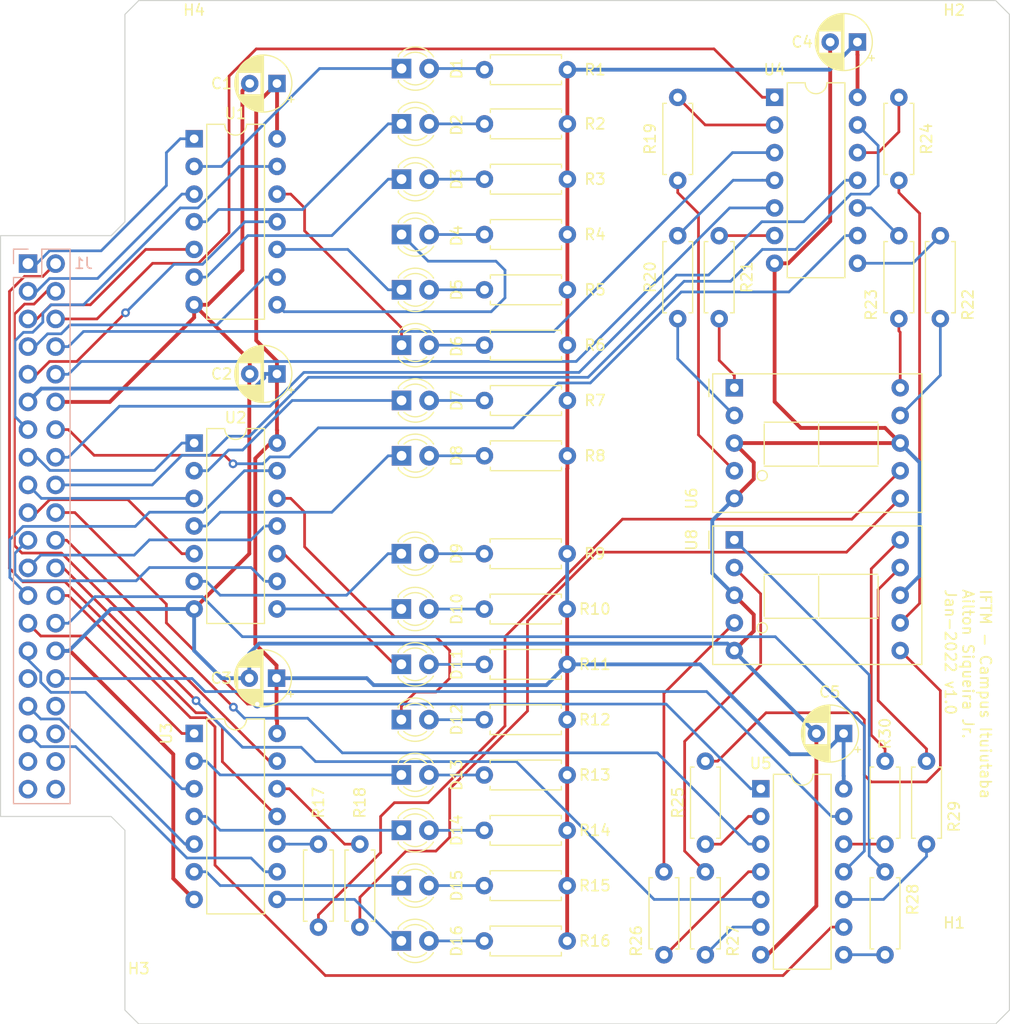
<source format=kicad_pcb>
(kicad_pcb (version 20211014) (generator pcbnew)
  (title_block (title "FPGA Led Output Board") (date "2022-01-26") (rev "1") (company "IFTM - Campus Ituiutaba") (comment 1 "Placa para conexão com o FPGA DE0-Nano.") (comment 2 "Saída em LEDs e display de 7 segmentos."))
  (layers (0 "F.Cu" signal) (31 "B.Cu" signal) (34 "B.Paste" user) (35 "F.Paste" user) (36 "B.SilkS" user "B.Silkscreen") (37 "F.SilkS" user "F.Silkscreen") (38 "B.Mask" user) (39 "F.Mask" user) (44 "Edge.Cuts" user))
  (net 0 "")
  (net 1 "Net-(D1-Pad1)")
  (net 2 "Net-(D1-Pad2)")
  (net 3 "Net-(D2-Pad1)")
  (net 4 "Net-(D2-Pad2)")
  (net 5 "Net-(D3-Pad1)")
  (net 6 "Net-(D3-Pad2)")
  (net 7 "Net-(D4-Pad1)")
  (net 8 "Net-(D4-Pad2)")
  (net 9 "Net-(D5-Pad1)")
  (net 10 "Net-(D5-Pad2)")
  (net 11 "Net-(D6-Pad1)")
  (net 12 "Net-(D6-Pad2)")
  (net 13 "Net-(D7-Pad1)")
  (net 14 "Net-(D7-Pad2)")
  (net 15 "Net-(D8-Pad1)")
  (net 16 "Net-(D8-Pad2)")
  (net 17 "Net-(D9-Pad1)")
  (net 18 "Net-(D9-Pad2)")
  (net 19 "Net-(D10-Pad1)")
  (net 20 "Net-(D10-Pad2)")
  (net 21 "Net-(D11-Pad1)")
  (net 22 "Net-(D11-Pad2)")
  (net 23 "Net-(D12-Pad1)")
  (net 24 "Net-(D12-Pad2)")
  (net 25 "Net-(D13-Pad1)")
  (net 26 "Net-(D13-Pad2)")
  (net 27 "Net-(D14-Pad1)")
  (net 28 "Net-(D14-Pad2)")
  (net 29 "Net-(D15-Pad1)")
  (net 30 "Net-(D15-Pad2)")
  (net 31 "Net-(D16-Pad1)")
  (net 32 "Net-(D16-Pad2)")
  (net 33 "/LEDBAR_A1")
  (net 34 "/C1")
  (net 35 "/LEDBAR_A2")
  (net 36 "/C2")
  (net 37 "/LEDBAR_A3")
  (net 38 "/C3")
  (net 39 "/LEDBAR_A4")
  (net 40 "/C4")
  (net 41 "/LEDBAR_A5")
  (net 42 "/C5")
  (net 43 "+5V")
  (net 44 "GND")
  (net 45 "/LEDBAR_A6")
  (net 46 "/C6")
  (net 47 "/LEDBAR_A7")
  (net 48 "/C7")
  (net 49 "/LEDBAR_A8")
  (net 50 "/D1")
  (net 51 "/LEDBAR_B1")
  (net 52 "/D2")
  (net 53 "/LEDBAR_B2")
  (net 54 "/D3")
  (net 55 "/LEDBAR_B3")
  (net 56 "/D4")
  (net 57 "/LEDBAR_B4")
  (net 58 "/D5")
  (net 59 "/LEDBAR_B5")
  (net 60 "/D6")
  (net 61 "/LEDBAR_B6")
  (net 62 "+3V3")
  (net 63 "/D7")
  (net 64 "/LEDBAR_B7")
  (net 66 "/LEDBAR_B8")
  (net 72 "Net-(R17-Pad1)")
  (net 73 "Net-(R17-Pad2)")
  (net 74 "Net-(R18-Pad1)")
  (net 75 "Net-(R18-Pad2)")
  (net 76 "Net-(R19-Pad1)")
  (net 77 "Net-(R19-Pad2)")
  (net 78 "Net-(R20-Pad1)")
  (net 79 "Net-(R20-Pad2)")
  (net 80 "Net-(R21-Pad1)")
  (net 81 "Net-(R21-Pad2)")
  (net 82 "Net-(R22-Pad1)")
  (net 83 "Net-(R22-Pad2)")
  (net 84 "Net-(R23-Pad1)")
  (net 85 "Net-(R23-Pad2)")
  (net 86 "Net-(R24-Pad1)")
  (net 87 "Net-(R24-Pad2)")
  (net 88 "Net-(R25-Pad1)")
  (net 89 "Net-(R25-Pad2)")
  (net 90 "Net-(R26-Pad1)")
  (net 91 "Net-(R26-Pad2)")
  (net 92 "Net-(R27-Pad1)")
  (net 93 "Net-(R27-Pad2)")
  (net 94 "Net-(R28-Pad1)")
  (net 95 "Net-(R28-Pad2)")
  (net 96 "Net-(R29-Pad1)")
  (net 97 "Net-(R29-Pad2)")
  (net 98 "Net-(R30-Pad1)")
  (net 99 "Net-(R30-Pad2)")
  (footprint "Resistor_THT:R_Axial_DIN0207_L6.3mm_D2.5mm_P7.62mm_Horizontal" (layer "F.Cu") (at 124.46 88.9)
    (fp_text reference "R9")
    (fp_text value "120")
  )
  (footprint "MountingHole:MountingHole_3.2mm_M3" (layer "F.Cu") (at 97.79 127)
    (fp_text reference "H3")
    (fp_text value "MountingHole")
  )
  (footprint "Resistor_THT:R_Axial_DIN0207_L6.3mm_D2.5mm_P7.62mm_Horizontal" (layer "F.Cu") (at 124.4794 59.5855)
    (fp_text reference "R4")
    (fp_text value "120")
  )
  (footprint "LED_THT:LED_D3.0mm" (layer "F.Cu") (at 116.84 109.215)
    (fp_text reference "D13")
    (fp_text value "LED")
  )
  (footprint "LED_THT:LED_D3.0mm" (layer "F.Cu") (at 116.8594 59.5855)
    (fp_text reference "D4")
    (fp_text value "LED")
  )
  (footprint "Resistor_THT:R_Axial_DIN0207_L6.3mm_D2.5mm_P7.62mm_Horizontal" (layer "F.Cu") (at 142.24 46.995 -90)
    (fp_text reference "R19")
    (fp_text value "120")
  )
  (footprint "Capacitor_THT:CP_Radial_D5.0mm_P2.50mm" (layer "F.Cu") (at 105.37 100.33 180)
    (fp_text reference "C3")
    (fp_text value "10uF")
  )
  (footprint "Package_DIP:DIP-14_W7.62mm" (layer "F.Cu") (at 97.8 50.795)
    (fp_text reference "U1")
    (fp_text value "74AHC04")
  )
  (footprint "MountingHole:MountingHole_3.2mm_M3" (layer "F.Cu") (at 167.64 127)
    (fp_text reference "H1")
    (fp_text value "MountingHole")
  )
  (footprint "Resistor_THT:R_Axial_DIN0207_L6.3mm_D2.5mm_P7.62mm_Horizontal" (layer "F.Cu") (at 113.03 115.57 -90)
    (fp_text reference "R18")
    (fp_text value "120")
  )
  (footprint "LED_THT:LED_D3.0mm" (layer "F.Cu") (at 116.8594 64.6655)
    (fp_text reference "D5")
    (fp_text value "LED")
  )
  (footprint "LED_THT:LED_D3.0mm" (layer "F.Cu") (at 116.84 93.975)
    (fp_text reference "D10")
    (fp_text value "LED")
  )
  (footprint "Resistor_THT:R_Axial_DIN0207_L6.3mm_D2.5mm_P7.62mm_Horizontal" (layer "F.Cu") (at 124.46 124.46)
    (fp_text reference "R16")
    (fp_text value "120")
  )
  (footprint "LED_THT:LED_D3.0mm" (layer "F.Cu") (at 116.84 104.135)
    (fp_text reference "D12")
    (fp_text value "LED")
  )
  (footprint "Resistor_THT:R_Axial_DIN0207_L6.3mm_D2.5mm_P7.62mm_Horizontal" (layer "F.Cu") (at 124.4794 74.8255)
    (fp_text reference "R7")
    (fp_text value "120")
  )
  (footprint "Capacitor_THT:CP_Radial_D5.0mm_P2.50mm" (layer "F.Cu") (at 158.75 41.91 180)
    (fp_text reference "C4")
    (fp_text value "10uF")
  )
  (footprint "MountingHole:MountingHole_3.2mm_M3" (layer "F.Cu") (at 97.79 43.18)
    (fp_text reference "H4")
    (fp_text value "MountingHole")
  )
  (footprint "Resistor_THT:R_Axial_DIN0207_L6.3mm_D2.5mm_P7.62mm_Horizontal" (layer "F.Cu") (at 166.37 59.695 -90)
    (fp_text reference "R22")
    (fp_text value "120")
  )
  (footprint "LED_THT:LED_D3.0mm" (layer "F.Cu") (at 116.8594 69.7455)
    (fp_text reference "D6")
    (fp_text value "LED")
  )
  (footprint "LED_THT:LED_D3.0mm" (layer "F.Cu") (at 116.84 99.055)
    (fp_text reference "D11")
    (fp_text value "LED")
  )
  (footprint "Resistor_THT:R_Axial_DIN0207_L6.3mm_D2.5mm_P7.62mm_Horizontal" (layer "F.Cu") (at 144.78 125.73 90)
    (fp_text reference "R27")
    (fp_text value "120")
  )
  (footprint "Resistor_THT:R_Axial_DIN0207_L6.3mm_D2.5mm_P7.62mm_Horizontal" (layer "F.Cu") (at 161.29 115.57 90)
    (fp_text reference "R30")
    (fp_text value "120")
  )
  (footprint "Display_7Segment:D1X8K" (layer "F.Cu") (at 147.4425 87.63)
    (fp_text reference "U8")
    (fp_text value "D148K")
  )
  (footprint "Resistor_THT:R_Axial_DIN0207_L6.3mm_D2.5mm_P7.62mm_Horizontal" (layer "F.Cu") (at 165.1 115.57 90)
    (fp_text reference "R29")
    (fp_text value "120")
  )
  (footprint "Resistor_THT:R_Axial_DIN0207_L6.3mm_D2.5mm_P7.62mm_Horizontal" (layer "F.Cu") (at 142.24 59.695 -90)
    (fp_text reference "R20")
    (fp_text value "120")
  )
  (footprint "Resistor_THT:R_Axial_DIN0207_L6.3mm_D2.5mm_P7.62mm_Horizontal" (layer "F.Cu") (at 124.4794 54.5055)
    (fp_text reference "R3")
    (fp_text value "120")
  )
  (footprint "LED_THT:LED_D3.0mm" (layer "F.Cu") (at 116.8594 79.9055)
    (fp_text reference "D8")
    (fp_text value "LED")
  )
  (footprint "Capacitor_THT:CP_Radial_D5.0mm_P2.50mm" (layer "F.Cu") (at 157.48 105.41 180)
    (fp_text reference "C5")
    (fp_text value "10uF")
  )
  (footprint "Capacitor_THT:CP_Radial_D5.0mm_P2.50mm" (layer "F.Cu") (at 105.41 72.39 180)
    (fp_text reference "C2")
    (fp_text value "10uF")
  )
  (footprint "Resistor_THT:R_Axial_DIN0207_L6.3mm_D2.5mm_P7.62mm_Horizontal" (layer "F.Cu") (at 144.78 115.57 90)
    (fp_text reference "R25")
    (fp_text value "120")
  )
  (footprint "LED_THT:LED_D3.0mm" (layer "F.Cu") (at 116.8594 74.8255)
    (fp_text reference "D7")
    (fp_text value "LED")
  )
  (footprint "Package_DIP:DIP-14_W7.62mm" (layer "F.Cu") (at 97.8 105.405)
    (fp_text reference "U3")
    (fp_text value "74AHC04")
  )
  (footprint "Resistor_THT:R_Axial_DIN0207_L6.3mm_D2.5mm_P7.62mm_Horizontal" (layer "F.Cu") (at 124.4794 69.7455)
    (fp_text reference "R6")
    (fp_text value "120")
  )
  (footprint "Resistor_THT:R_Axial_DIN0207_L6.3mm_D2.5mm_P7.62mm_Horizontal" (layer "F.Cu") (at 124.4794 44.45)
    (fp_text reference "R1")
    (fp_text value "120")
  )
  (footprint "Resistor_THT:R_Axial_DIN0207_L6.3mm_D2.5mm_P7.62mm_Horizontal" (layer "F.Cu") (at 146.05 59.695 -90)
    (fp_text reference "R21")
    (fp_text value "120")
  )
  (footprint "Resistor_THT:R_Axial_DIN0207_L6.3mm_D2.5mm_P7.62mm_Horizontal" (layer "F.Cu") (at 124.46 104.14)
    (fp_text reference "R12")
    (fp_text value "120")
  )
  (footprint "LED_THT:LED_D3.0mm" (layer "F.Cu") (at 116.8594 44.3455)
    (fp_text reference "D1")
    (fp_text value "LED")
  )
  (footprint "LED_THT:LED_D3.0mm" (layer "F.Cu") (at 116.8594 49.4255)
    (fp_text reference "D2")
    (fp_text value "LED")
  )
  (footprint "LED_THT:LED_D3.0mm" (layer "F.Cu") (at 116.84 124.455)
    (fp_text reference "D16")
    (fp_text value "LED")
  )
  (footprint "Capacitor_THT:CP_Radial_D5.0mm_P2.50mm" (layer "F.Cu") (at 105.41 45.72 180)
    (fp_text reference "C1")
    (fp_text value "10uF")
  )
  (footprint "LED_THT:LED_D3.0mm" (layer "F.Cu") (at 116.84 88.9)
    (fp_text reference "D9")
    (fp_text value "LED")
  )
  (footprint "Resistor_THT:R_Axial_DIN0207_L6.3mm_D2.5mm_P7.62mm_Horizontal" (layer "F.Cu") (at 109.22 115.57 -90)
    (fp_text reference "R17")
    (fp_text value "120")
  )
  (footprint "Resistor_THT:R_Axial_DIN0207_L6.3mm_D2.5mm_P7.62mm_Horizontal" (layer "F.Cu") (at 124.4794 64.6655)
    (fp_text reference "R5")
    (fp_text value "120")
  )
  (footprint "Package_DIP:DIP-14_W7.62mm" (layer "F.Cu") (at 97.8 78.735)
    (fp_text reference "U2")
    (fp_text value "74AHC04")
  )
  (footprint "LED_THT:LED_D3.0mm" (layer "F.Cu") (at 116.8594 54.5055)
    (fp_text reference "D3")
    (fp_text value "LED")
  )
  (footprint "Resistor_THT:R_Axial_DIN0207_L6.3mm_D2.5mm_P7.62mm_Horizontal" (layer "F.Cu") (at 124.4794 79.9055)
    (fp_text reference "R8")
    (fp_text value "120")
  )
  (footprint "Resistor_THT:R_Axial_DIN0207_L6.3mm_D2.5mm_P7.62mm_Horizontal" (layer "F.Cu") (at 140.97 125.73 90)
    (fp_text reference "R26")
    (fp_text value "120")
  )
  (footprint "Display_7Segment:D1X8K" (layer "F.Cu") (at 147.4425 73.66)
    (fp_text reference "U6")
    (fp_text value "D148K")
  )
  (footprint "Resistor_THT:R_Axial_DIN0207_L6.3mm_D2.5mm_P7.62mm_Horizontal" (layer "F.Cu") (at 161.29 125.73 90)
    (fp_text reference "R28")
    (fp_text value "120")
  )
  (footprint "Package_DIP:DIP-14_W7.62mm" (layer "F.Cu") (at 151.14 46.985)
    (fp_text reference "U4")
    (fp_text value "74AHC04")
  )
  (footprint "Resistor_THT:R_Axial_DIN0207_L6.3mm_D2.5mm_P7.62mm_Horizontal" (layer "F.Cu") (at 124.46 109.22)
    (fp_text reference "R13")
    (fp_text value "120")
  )
  (footprint "Resistor_THT:R_Axial_DIN0207_L6.3mm_D2.5mm_P7.62mm_Horizontal" (layer "F.Cu") (at 124.46 99.06)
    (fp_text reference "R11")
    (fp_text value "120")
  )
  (footprint "Package_DIP:DIP-14_W7.62mm" (layer "F.Cu") (at 149.87 110.485)
    (fp_text reference "U5")
    (fp_text value "74AHC04")
  )
  (footprint "Resistor_THT:R_Axial_DIN0207_L6.3mm_D2.5mm_P7.62mm_Horizontal" (layer "F.Cu") (at 124.46 93.98)
    (fp_text reference "R10")
    (fp_text value "120")
  )
  (footprint "Resistor_THT:R_Axial_DIN0207_L6.3mm_D2.5mm_P7.62mm_Horizontal" (layer "F.Cu") (at 124.46 119.38)
    (fp_text reference "R15")
    (fp_text value "120")
  )
  (footprint "LED_THT:LED_D3.0mm" (layer "F.Cu") (at 116.84 114.295)
    (fp_text reference "D14")
    (fp_text value "LED")
  )
  (footprint "Resistor_THT:R_Axial_DIN0207_L6.3mm_D2.5mm_P7.62mm_Horizontal" (layer "F.Cu") (at 162.56 46.995 -90)
    (fp_text reference "R24")
    (fp_text value "120")
  )
  (footprint "Resistor_THT:R_Axial_DIN0207_L6.3mm_D2.5mm_P7.62mm_Horizontal" (layer "F.Cu") (at 124.46 114.3)
    (fp_text reference "R14")
    (fp_text value "120")
  )
  (footprint "LED_THT:LED_D3.0mm" (layer "F.Cu") (at 116.84 119.375)
    (fp_text reference "D15")
    (fp_text value "LED")
  )
  (footprint "MountingHole:MountingHole_3.2mm_M3" (layer "F.Cu") (at 167.64 43.18)
    (fp_text reference "H2")
    (fp_text value "MountingHole")
  )
  (footprint "Resistor_THT:R_Axial_DIN0207_L6.3mm_D2.5mm_P7.62mm_Horizontal" (layer "F.Cu") (at 124.4794 49.4255)
    (fp_text reference "R2")
    (fp_text value "120")
  )
  (footprint "Resistor_THT:R_Axial_DIN0207_L6.3mm_D2.5mm_P7.62mm_Horizontal" (layer "F.Cu") (at 162.56 59.695 -90)
    (fp_text reference "R23")
    (fp_text value "120")
  )
  (footprint "Connector_PinSocket_2.54mm:PinSocket_2x20_P2.54mm_Vertical" (layer "B.Cu") (at 82.53 62.26 180)
    (fp_text reference "J1")
    (fp_text value "Conn_02x20_Odd_Even")
  )
  (gr_poly (pts (xy 91.44 130.81) (xy 91.44 114.3) (xy 90.17 113.03) (xy 80.01 113.03) (xy 80.01 59.69) (xy 90.17 59.69) (xy 91.44 58.42) (xy 91.44 39.37) (xy 92.71 38.1) (xy 171.45 38.1) (xy 172.72 39.37) (xy 172.72 130.81) (xy 171.45 132.08) (xy 92.71 132.08)) (layer "Edge.Cuts") (width 0.1) (fill none))
  (gr_text "IFTM - Campus Ituiutaba\nAilton Siqueira Jr.\nJan-2022 v1.0" (at 168.91 92.075 270) (layer "F.SilkS") (effects (font (size 1 1)) (justify left)))
  (segment (start 100.335 53.335) (end 97.8 53.335) (width 0.25) (layer "B.Cu") (net 1))
  (segment (start 116.8594 44.3455) (end 109.3245 44.3455) (width 0.25) (layer "B.Cu") (net 1))
  (segment (start 109.3245 44.3455) (end 100.335 53.335) (width 0.25) (layer "B.Cu") (net 1))
  (segment (start 119.3994 44.3455) (end 124.4794 44.3455) (width 0.25) (layer "B.Cu") (net 2))
  (segment (start 116.8594 49.4255) (end 115.6341 49.4255) (width 0.25) (layer "B.Cu") (net 3))
  (segment (start 107.7699 57.2897) (end 100.0506 57.2897) (width 0.25) (layer "B.Cu") (net 3))
  (segment (start 115.6341 49.4255) (end 107.7699 57.2897) (width 0.25) (layer "B.Cu") (net 3))
  (segment (start 97.8 58.415) (end 98.9253 58.415) (width 0.25) (layer "B.Cu") (net 3))
  (segment (start 100.0506 57.2897) (end 98.9253 58.415) (width 0.25) (layer "B.Cu") (net 3))
  (segment (start 124.4794 49.4255) (end 119.3994 49.4255) (width 0.25) (layer "B.Cu") (net 4))
  (segment (start 98.9253 63.495) (end 102.7353 59.685) (width 0.25) (layer "B.Cu") (net 5))
  (segment (start 116.8594 54.5055) (end 115.6341 54.5055) (width 0.25) (layer "B.Cu") (net 5))
  (segment (start 97.8 63.495) (end 98.9253 63.495) (width 0.25) (layer "B.Cu") (net 5))
  (segment (start 110.4546 59.685) (end 115.6341 54.5055) (width 0.25) (layer "B.Cu") (net 5))
  (segment (start 102.7353 59.685) (end 110.4546 59.685) (width 0.25) (layer "B.Cu") (net 5))
  (segment (start 119.3994 54.5055) (end 124.4794 54.5055) (width 0.25) (layer "B.Cu") (net 6))
  (segment (start 105.42 66.035) (end 106.06 66.675) (width 0.25) (layer "B.Cu") (net 7))
  (segment (start 126.365 65.405) (end 126.365 62.865) (width 0.25) (layer "B.Cu") (net 7))
  (segment (start 119.31 62.0361) (end 116.8594 59.5855) (width 0.25) (layer "B.Cu") (net 7))
  (segment (start 125.095 66.675) (end 126.365 65.405) (width 0.25) (layer "B.Cu") (net 7))
  (segment (start 125.5361 62.0361) (end 119.31 62.0361) (width 0.25) (layer "B.Cu") (net 7))
  (segment (start 106.06 66.675) (end 125.095 66.675) (width 0.25) (layer "B.Cu") (net 7))
  (segment (start 126.365 62.865) (end 125.5361 62.0361) (width 0.25) (layer "B.Cu") (net 7))
  (segment (start 119.3994 59.5855) (end 124.4794 59.5855) (width 0.25) (layer "B.Cu") (net 8))
  (segment (start 116.8594 64.6655) (end 115.6341 64.6655) (width 0.25) (layer "B.Cu") (net 9))
  (segment (start 115.6341 64.6655) (end 111.9236 60.955) (width 0.25) (layer "B.Cu") (net 9))
  (segment (start 111.9236 60.955) (end 105.42 60.955) (width 0.25) (layer "B.Cu") (net 9))
  (segment (start 124.4794 64.6655) (end 119.3994 64.6655) (width 0.25) (layer "B.Cu") (net 10))
  (segment (start 107.95 57.15) (end 107.95 59.249) (width 0.25) (layer "F.Cu") (net 11))
  (segment (start 106.675 55.875) (end 107.95 57.15) (width 0.25) (layer "F.Cu") (net 11))
  (segment (start 105.42 55.875) (end 106.675 55.875) (width 0.25) (layer "F.Cu") (net 11))
  (segment (start 107.95 59.249) (end 116.8594 68.1584) (width 0.25) (layer "F.Cu") (net 11))
  (segment (start 116.8594 68.1584) (end 116.8594 69.7455) (width 0.25) (layer "F.Cu") (net 11))
  (segment (start 124.4794 69.7455) (end 119.3994 69.7455) (width 0.25) (layer "B.Cu") (net 12))
  (segment (start 100.965 79.375) (end 99.065 81.275) (width 0.25) (layer "B.Cu") (net 13))
  (segment (start 99.065 81.275) (end 97.8 81.275) (width 0.25) (layer "B.Cu") (net 13))
  (segment (start 116.8594 74.8255) (end 106.8091 74.8255) (width 0.25) (layer "B.Cu") (net 13))
  (segment (start 102.2596 79.375) (end 100.965 79.375) (width 0.25) (layer "B.Cu") (net 13))
  (segment (start 106.8091 74.8255) (end 102.2596 79.375) (width 0.25) (layer "B.Cu") (net 13))
  (segment (start 119.3994 74.8255) (end 124.4794 74.8255) (width 0.25) (layer "B.Cu") (net 14))
  (segment (start 110.4496 85.09) (end 115.6341 79.9055) (width 0.25) (layer "B.Cu") (net 15))
  (segment (start 115.6341 79.9055) (end 116.8594 79.9055) (width 0.25) (layer "B.Cu") (net 15))
  (segment (start 98.9253 86.355) (end 100.1903 85.09) (width 0.25) (layer "B.Cu") (net 15))
  (segment (start 100.1903 85.09) (end 110.4496 85.09) (width 0.25) (layer "B.Cu") (net 15))
  (segment (start 97.8 86.355) (end 98.9253 86.355) (width 0.25) (layer "B.Cu") (net 15))
  (segment (start 124.4794 79.9055) (end 119.3994 79.9055) (width 0.25) (layer "B.Cu") (net 16))
  (segment (start 111.8047 92.71) (end 115.6147 88.9) (width 0.25) (layer "B.Cu") (net 17))
  (segment (start 97.8 91.435) (end 98.9253 91.435) (width 0.25) (layer "B.Cu") (net 17))
  (segment (start 98.9253 91.435) (end 100.2003 92.71) (width 0.25) (layer "B.Cu") (net 17))
  (segment (start 100.2003 92.71) (end 111.8047 92.71) (width 0.25) (layer "B.Cu") (net 17))
  (segment (start 115.6147 88.9) (end 116.84 88.9) (width 0.25) (layer "B.Cu") (net 17))
  (segment (start 119.38 88.9) (end 124.46 88.9) (width 0.25) (layer "B.Cu") (net 18))
  (segment (start 105.42 93.975) (end 116.84 93.975) (width 0.25) (layer "B.Cu") (net 19))
  (segment (start 119.385 93.98) (end 119.38 93.975) (width 0.25) (layer "B.Cu") (net 20))
  (segment (start 124.46 93.98) (end 119.385 93.98) (width 0.25) (layer "B.Cu") (net 20))
  (segment (start 106.04 88.895) (end 105.42 88.895) (width 0.25) (layer "F.Cu") (net 21))
  (segment (start 116.84 99.055) (end 116.2 99.055) (width 0.25) (layer "F.Cu") (net 21))
  (segment (start 116.2 99.055) (end 106.04 88.895) (width 0.25) (layer "F.Cu") (net 21))
  (segment (start 119.385 99.06) (end 119.38 99.055) (width 0.25) (layer "B.Cu") (net 22))
  (segment (start 124.46 99.06) (end 119.385 99.06) (width 0.25) (layer "B.Cu") (net 22))
  (segment (start 120.015 101.6) (end 118.11 101.6) (width 0.25) (layer "F.Cu") (net 23))
  (segment (start 106.675 83.815) (end 107.95 85.09) (width 0.25) (layer "F.Cu") (net 23))
  (segment (start 107.95 85.09) (end 107.95 88.265) (width 0.25) (layer "F.Cu") (net 23))
  (segment (start 120.015 96.52) (end 121.285 97.79) (width 0.25) (layer "F.Cu") (net 23))
  (segment (start 107.95 88.265) (end 116.205 96.52) (width 0.25) (layer "F.Cu") (net 23))
  (segment (start 116.205 96.52) (end 120.015 96.52) (width 0.25) (layer "F.Cu") (net 23))
  (segment (start 105.42 83.815) (end 106.675 83.815) (width 0.25) (layer "F.Cu") (net 23))
  (segment (start 116.84 102.9097) (end 116.84 104.135) (width 0.25) (layer "F.Cu") (net 23))
  (segment (start 121.285 100.33) (end 120.015 101.6) (width 0.25) (layer "F.Cu") (net 23))
  (segment (start 121.285 97.79) (end 121.285 100.33) (width 0.25) (layer "F.Cu") (net 23))
  (segment (start 118.11 101.6397) (end 116.84 102.9097) (width 0.25) (layer "F.Cu") (net 23))
  (segment (start 118.11 101.6) (end 118.11 101.6397) (width 0.25) (layer "F.Cu") (net 23))
  (segment (start 119.385 104.14) (end 119.38 104.135) (width 0.25) (layer "B.Cu") (net 24))
  (segment (start 124.46 104.14) (end 119.385 104.14) (width 0.25) (layer "B.Cu") (net 24))
  (segment (start 100.1953 109.215) (end 116.84 109.215) (width 0.25) (layer "B.Cu") (net 25))
  (segment (start 98.9253 107.945) (end 100.1953 109.215) (width 0.25) (layer "B.Cu") (net 25))
  (segment (start 97.8 107.945) (end 98.9253 107.945) (width 0.25) (layer "B.Cu") (net 25))
  (segment (start 119.385 109.22) (end 119.38 109.215) (width 0.25) (layer "B.Cu") (net 26))
  (segment (start 124.46 109.22) (end 119.385 109.22) (width 0.25) (layer "B.Cu") (net 26))
  (segment (start 100.1953 114.295) (end 98.9253 113.025) (width 0.25) (layer "B.Cu") (net 27))
  (segment (start 116.84 114.295) (end 100.1953 114.295) (width 0.25) (layer "B.Cu") (net 27))
  (segment (start 97.8 113.025) (end 98.9253 113.025) (width 0.25) (layer "B.Cu") (net 27))
  (segment (start 119.385 114.3) (end 119.38 114.295) (width 0.25) (layer "B.Cu") (net 28))
  (segment (start 124.46 114.3) (end 119.385 114.3) (width 0.25) (layer "B.Cu") (net 28))
  (segment (start 116.84 119.375) (end 100.1953 119.375) (width 0.25) (layer "B.Cu") (net 29))
  (segment (start 97.8 118.105) (end 98.9253 118.105) (width 0.25) (layer "B.Cu") (net 29))
  (segment (start 100.1953 119.375) (end 98.9253 118.105) (width 0.25) (layer "B.Cu") (net 29))
  (segment (start 124.455 119.375) (end 124.46 119.38) (width 0.25) (layer "B.Cu") (net 30))
  (segment (start 119.38 119.375) (end 124.455 119.375) (width 0.25) (layer "B.Cu") (net 30))
  (segment (start 112.540489 120.645) (end 105.42 120.645) (width 0.25) (layer "B.Cu") (net 31))
  (segment (start 116.84 124.455) (end 116.350489 124.455) (width 0.25) (layer "B.Cu") (net 31))
  (segment (start 116.350489 124.455) (end 112.540489 120.645) (width 0.25) (layer "B.Cu") (net 31))
  (segment (start 124.455 124.455) (end 124.46 124.46) (width 0.25) (layer "B.Cu") (net 32))
  (segment (start 119.38 124.455) (end 124.455 124.455) (width 0.25) (layer "B.Cu") (net 32))
  (segment (start 95.25 52.07) (end 96.525 50.795) (width 0.25) (layer "B.Cu") (net 33))
  (segment (start 84.5132 61.0847) (end 89.2538 61.0847) (width 0.25) (layer "B.Cu") (net 33))
  (segment (start 89.2538 61.0847) (end 95.25 55.0885) (width 0.25) (layer "B.Cu") (net 33))
  (segment (start 96.525 50.795) (end 97.8 50.795) (width 0.25) (layer "B.Cu") (net 33))
  (segment (start 83.3379 62.26) (end 84.5132 61.0847) (width 0.25) (layer "B.Cu") (net 33))
  (segment (start 95.25 55.0885) (end 95.25 52.07) (width 0.25) (layer "B.Cu") (net 33))
  (segment (start 82.53 62.26) (end 83.3379 62.26) (width 0.25) (layer "B.Cu") (net 33))
  (segment (start 105.42 113.025) (end 100.3914 107.9964) (width 0.25) (layer "F.Cu") (net 34))
  (segment (start 82.0707 91.4734) (end 80.83048 90.23318) (width 0.25) (layer "F.Cu") (net 34))
  (segment (start 80.83048 90.23318) (end 80.83048 64.81332) (width 0.25) (layer "F.Cu") (net 34))
  (segment (start 100.3914 104.8364) (end 99.06 103.505) (width 0.25) (layer "F.Cu") (net 34))
  (segment (start 80.83048 64.81332) (end 82.2085 63.4353) (width 0.25) (layer "F.Cu") (net 34))
  (segment (start 85.9338 91.4734) (end 82.0707 91.4734) (width 0.25) (layer "F.Cu") (net 34))
  (segment (start 100.3914 107.9964) (end 100.3914 104.8364) (width 0.25) (layer "F.Cu") (net 34))
  (segment (start 97.9654 103.505) (end 85.9338 91.4734) (width 0.25) (layer "F.Cu") (net 34))
  (segment (start 99.06 103.505) (end 97.9654 103.505) (width 0.25) (layer "F.Cu") (net 34))
  (segment (start 83.8947 63.4353) (end 85.07 62.26) (width 0.25) (layer "F.Cu") (net 34))
  (segment (start 82.2085 63.4353) (end 83.8947 63.4353) (width 0.25) (layer "F.Cu") (net 34))
  (segment (start 82.53 64.8) (end 83.3379 64.8) (width 0.25) (layer "B.Cu") (net 35))
  (segment (start 88.925 63.6247) (end 96.6747 55.875) (width 0.25) (layer "B.Cu") (net 35))
  (segment (start 96.6747 55.875) (end 97.8 55.875) (width 0.25) (layer "B.Cu") (net 35))
  (segment (start 83.3379 64.8) (end 84.5132 63.6247) (width 0.25) (layer "B.Cu") (net 35))
  (segment (start 84.5132 63.6247) (end 88.925 63.6247) (width 0.25) (layer "B.Cu") (net 35))
  (segment (start 81.28 88.1384) (end 81.28 66.9087) (width 0.25) (layer "F.Cu") (net 36))
  (segment (start 105.42 107.945) (end 104.7167 107.945) (width 0.25) (layer "F.Cu") (net 36))
  (segment (start 85.6071 88.8354) (end 81.977 88.8354) (width 0.25) (layer "F.Cu") (net 36))
  (segment (start 84.2621 64.8) (end 85.07 64.8) (width 0.25) (layer "F.Cu") (net 36))
  (segment (start 81.28 66.9087) (end 82.2134 65.9753) (width 0.25) (layer "F.Cu") (net 36))
  (segment (start 104.7167 107.945) (end 85.6071 88.8354) (width 0.25) (layer "F.Cu") (net 36))
  (segment (start 81.977 88.8354) (end 81.28 88.1384) (width 0.25) (layer "F.Cu") (net 36))
  (segment (start 83.0868 65.9753) (end 84.2621 64.8) (width 0.25) (layer "F.Cu") (net 36))
  (segment (start 82.2134 65.9753) (end 83.0868 65.9753) (width 0.25) (layer "F.Cu") (net 36))
  (segment (start 97.8 60.955) (end 93.35 60.955) (width 0.25) (layer "F.Cu") (net 37))
  (segment (start 93.35 60.955) (end 88.2668 66.0382) (width 0.25) (layer "F.Cu") (net 37))
  (segment (start 88.2668 66.0382) (end 84.6398 66.0382) (width 0.25) (layer "F.Cu") (net 37))
  (segment (start 83.338 67.34) (end 82.53 67.34) (width 0.25) (layer "F.Cu") (net 37))
  (segment (start 84.6398 66.0382) (end 83.338 67.34) (width 0.25) (layer "F.Cu") (net 37))
  (segment (start 85.07 67.34) (end 88.87 67.34) (width 0.25) (layer "F.Cu") (net 38))
  (segment (start 101.0086 59.4175) (end 101.0086 45.0414) (width 0.25) (layer "F.Cu") (net 38))
  (segment (start 145.5747 42.545) (end 150.0147 46.985) (width 0.25) (layer "F.Cu") (net 38))
  (segment (start 101.0086 45.0414) (end 103.505 42.545) (width 0.25) (layer "F.Cu") (net 38))
  (segment (start 88.87 67.34) (end 93.98 62.23) (width 0.25) (layer "F.Cu") (net 38))
  (segment (start 98.1961 62.23) (end 101.0086 59.4175) (width 0.25) (layer "F.Cu") (net 38))
  (segment (start 150.0147 46.985) (end 151.14 46.985) (width 0.25) (layer "F.Cu") (net 38))
  (segment (start 93.98 62.23) (end 98.1961 62.23) (width 0.25) (layer "F.Cu") (net 38))
  (segment (start 103.505 42.545) (end 145.5747 42.545) (width 0.25) (layer "F.Cu") (net 38))
  (segment (start 82.53 69.88) (end 83.16 69.88) (width 0.25) (layer "B.Cu") (net 39))
  (segment (start 84.3353 68.7047) (end 85.5793 68.7047) (width 0.25) (layer "B.Cu") (net 39))
  (segment (start 83.16 69.88) (end 84.3353 68.7047) (width 0.25) (layer "B.Cu") (net 39))
  (segment (start 99.904 67.8857) (end 104.2947 63.495) (width 0.25) (layer "B.Cu") (net 39))
  (segment (start 85.5793 68.7047) (end 86.3983 67.8857) (width 0.25) (layer "B.Cu") (net 39))
  (segment (start 86.3983 67.8857) (end 99.904 67.8857) (width 0.25) (layer "B.Cu") (net 39))
  (segment (start 104.2947 63.495) (end 105.42 63.495) (width 0.25) (layer "B.Cu") (net 39))
  (segment (start 85.07 69.88) (end 86.2453 69.88) (width 0.25) (layer "B.Cu") (net 40))
  (segment (start 87.6363 68.489) (end 130.854 68.489) (width 0.25) (layer "B.Cu") (net 40))
  (segment (start 86.2453 69.88) (end 87.6363 68.489) (width 0.25) (layer "B.Cu") (net 40))
  (segment (start 147.278 52.065) (end 151.14 52.065) (width 0.25) (layer "B.Cu") (net 40))
  (segment (start 130.854 68.489) (end 147.278 52.065) (width 0.25) (layer "B.Cu") (net 40))
  (segment (start 87.0197 71.2447) (end 91.4952 66.7692) (width 0.25) (layer "F.Cu") (net 41))
  (segment (start 83.3379 72.42) (end 84.5132 71.2447) (width 0.25) (layer "F.Cu") (net 41))
  (segment (start 82.53 72.42) (end 83.3379 72.42) (width 0.25) (layer "F.Cu") (net 41))
  (segment (start 84.5132 71.2447) (end 87.0197 71.2447) (width 0.25) (layer "F.Cu") (net 41))
  (via (at 91.4952 66.7692) (size 0.8) (drill 0.4) (layers "F.Cu" "B.Cu") (net 41))
  (segment (start 91.4952 66.7692) (end 95.9429 62.3215) (width 0.25) (layer "B.Cu") (net 41))
  (segment (start 102.4665 58.415) (end 105.42 58.415) (width 0.25) (layer "B.Cu") (net 41))
  (segment (start 95.9429 62.3215) (end 98.56 62.3215) (width 0.25) (layer "B.Cu") (net 41))
  (segment (start 98.56 62.3215) (end 102.4665 58.415) (width 0.25) (layer "B.Cu") (net 41))
  (segment (start 85.07 72.42) (end 86.2453 72.42) (width 0.25) (layer "B.Cu") (net 42))
  (segment (start 151.14 57.145) (end 150.0147 57.145) (width 0.25) (layer "B.Cu") (net 42))
  (segment (start 150.0147 57.145) (end 147.0073 57.145) (width 0.25) (layer "B.Cu") (net 42))
  (segment (start 132.9076 71.2447) (end 87.4206 71.2447) (width 0.25) (layer "B.Cu") (net 42))
  (segment (start 87.4206 71.2447) (end 86.2453 72.42) (width 0.25) (layer "B.Cu") (net 42))
  (segment (start 147.0073 57.145) (end 132.9076 71.2447) (width 0.25) (layer "B.Cu") (net 42))
  (segment (start 105.42 105.405) (end 105.42 104.2297) (width 0.35) (layer "F.Cu") (net 43))
  (segment (start 105.37 104.1797) (end 105.37 100.33) (width 0.35) (layer "F.Cu") (net 43))
  (segment (start 105.42 50.795) (end 105.42 45.73) (width 0.35) (layer "F.Cu") (net 43))
  (segment (start 105.37 99.1547) (end 105.37 100.33) (width 0.35) (layer "F.Cu") (net 43))
  (segment (start 158.76 46.985) (end 158.76 43.0953) (width 0.35) (layer "F.Cu") (net 43))
  (segment (start 105.42 104.2297) (end 105.37 104.1797) (width 0.35) (layer "F.Cu") (net 43))
  (segment (start 105.42 78.1473) (end 103.41952 80.14778) (width 0.35) (layer "F.Cu") (net 43))
  (segment (start 132.0994 54.5055) (end 132.0994 59.5855) (width 0.35) (layer "F.Cu") (net 43))
  (segment (start 132.0994 81.0808) (end 132.08 81.1002) (width 0.35) (layer "F.Cu") (net 43))
  (segment (start 132.08 114.3) (end 132.08 109.22) (width 0.35) (layer "F.Cu") (net 43))
  (segment (start 158.75 41.91) (end 158.75 43.0853) (width 0.35) (layer "F.Cu") (net 43))
  (segment (start 132.08 114.3) (end 132.08 119.38) (width 0.35) (layer "F.Cu") (net 43))
  (segment (start 103.505 47.625) (end 105.41 45.72) (width 0.35) (layer "F.Cu") (net 43))
  (segment (start 105.42 78.1473) (end 105.42 77.5597) (width 0.35) (layer "F.Cu") (net 43))
  (segment (start 103.41952 97.20422) (end 105.37 99.1547) (width 0.35) (layer "F.Cu") (net 43))
  (segment (start 132.08 99.06) (end 132.08 104.14) (width 0.35) (layer "F.Cu") (net 43))
  (segment (start 132.08 93.98) (end 132.08 99.06) (width 0.35) (layer "F.Cu") (net 43))
  (segment (start 132.0994 64.6655) (end 132.0994 59.5855) (width 0.35) (layer "F.Cu") (net 43))
  (segment (start 132.0994 69.7455) (end 132.0994 74.8255) (width 0.35) (layer "F.Cu") (net 43))
  (segment (start 105.42 78.735) (end 105.42 78.1473) (width 0.35) (layer "F.Cu") (net 43))
  (segment (start 103.41952 80.14778) (end 103.41952 97.20422) (width 0.35) (layer "F.Cu") (net 43))
  (segment (start 132.0994 49.4255) (end 132.0994 54.5055) (width 0.35) (layer "F.Cu") (net 43))
  (segment (start 105.41 77.5497) (end 105.41 72.39) (width 0.35) (layer "F.Cu") (net 43))
  (segment (start 132.0994 69.7455) (end 132.0994 64.6655) (width 0.35) (layer "F.Cu") (net 43))
  (segment (start 158.76 43.0953) (end 158.75 43.0853) (width 0.35) (layer "F.Cu") (net 43))
  (segment (start 132.08 119.38) (end 132.08 124.46) (width 0.35) (layer "F.Cu") (net 43))
  (segment (start 105.41 71.2147) (end 103.505 69.3097) (width 0.35) (layer "F.Cu") (net 43))
  (segment (start 132.08 109.22) (end 132.08 104.14) (width 0.35) (layer "F.Cu") (net 43))
  (segment (start 105.41 72.39) (end 105.41 71.2147) (width 0.35) (layer "F.Cu") (net 43))
  (segment (start 132.08 81.1002) (end 132.08 88.9) (width 0.35) (layer "F.Cu") (net 43))
  (segment (start 132.0994 49.4255) (end 132.0994 44.3455) (width 0.35) (layer "F.Cu") (net 43))
  (segment (start 132.0994 79.9055) (end 132.0994 81.0808) (width 0.35) (layer "F.Cu") (net 43))
  (segment (start 103.505 69.3097) (end 103.505 47.625) (width 0.35) (layer "F.Cu") (net 43))
  (segment (start 105.42 77.5597) (end 105.41 77.5497) (width 0.35) (layer "F.Cu") (net 43))
  (segment (start 132.0994 79.9055) (end 132.0994 74.8255) (width 0.35) (layer "F.Cu") (net 43))
  (segment (start 105.42 45.73) (end 105.41 45.72) (width 0.35) (layer "F.Cu") (net 43))
  (segment (start 104.2347 72.7573) (end 104.2347 72.39) (width 0.35) (layer "B.Cu") (net 43))
  (segment (start 132.0994 44.45) (end 156.21 44.45) (width 0.35) (layer "B.Cu") (net 43))
  (segment (start 157.48 105.41) (end 155.575 107.315) (width 0.35) (layer "B.Cu") (net 43))
  (segment (start 156.21 44.45) (end 158.75 41.91) (width 0.35) (layer "B.Cu") (net 43))
  (segment (start 130.175 100.965) (end 132.08 99.06) (width 0.35) (layer "B.Cu") (net 43))
  (segment (start 104.2347 72.39) (end 105.41 72.39) (width 0.35) (layer "B.Cu") (net 43))
  (segment (start 105.37 100.33) (end 113.665 100.33) (width 0.35) (layer "B.Cu") (net 43))
  (segment (start 157.49 110.485) (end 157.49 109.3097) (width 0.35) (layer "B.Cu") (net 43))
  (segment (start 157.49 109.3097) (end 157.48 109.2997) (width 0.35) (layer "B.Cu") (net 43))
  (segment (start 113.665 100.33) (end 114.3 100.965) (width 0.35) (layer "B.Cu") (net 43))
  (segment (start 152.5472 107.315) (end 144.2922 99.06) (width 0.35) (layer "B.Cu") (net 43))
  (segment (start 114.3 100.965) (end 130.175 100.965) (width 0.35) (layer "B.Cu") (net 43))
  (segment (start 144.2922 99.06) (end 132.08 99.06) (width 0.35) (layer "B.Cu") (net 43))
  (segment (start 157.48 109.2997) (end 157.48 105.41) (width 0.35) (layer "B.Cu") (net 43))
  (segment (start 82.53 74.96) (end 83.7553 73.7347) (width 0.35) (layer "B.Cu") (net 43))
  (segment (start 155.575 107.315) (end 152.5472 107.315) (width 0.35) (layer "B.Cu") (net 43))
  (segment (start 103.2573 73.7347) (end 104.2347 72.7573) (width 0.35) (layer "B.Cu") (net 43))
  (segment (start 83.7553 73.7347) (end 103.2573 73.7347) (width 0.35) (layer "B.Cu") (net 43))
  (segment (start 132.08 93.98) (end 132.08 88.9) (width 0.35) (layer "B.Cu") (net 43))
  (segment (start 102.235 46.395) (end 102.235 62.865) (width 0.35) (layer "F.Cu") (net 44))
  (segment (start 147.4425 78.74) (end 162.6825 78.74) (width 0.35) (layer "F.Cu") (net 44))
  (segment (start 95.885 118.73) (end 97.8 120.645) (width 0.35) (layer "F.Cu") (net 44))
  (segment (start 97.8 93.975) (end 97.8 93.97) (width 0.35) (layer "F.Cu") (net 44))
  (segment (start 156.25 58.38) (end 156.25 41.91) (width 0.35) (layer "F.Cu") (net 44))
  (segment (start 85.07 97.82) (end 86.39 97.82) (width 0.35) (layer "F.Cu") (net 44))
  (segment (start 151.145 62.23) (end 152.4 62.23) (width 0.35) (layer "F.Cu") (net 44))
  (segment (start 102.91 71.145) (end 97.8 66.035) (width 0.35) (layer "F.Cu") (net 44))
  (segment (start 97.8 66.035) (end 97.8 67.2103) (width 0.35) (layer "F.Cu") (net 44))
  (segment (start 95.885 107.315) (end 95.885 118.73) (width 0.35) (layer "F.Cu") (net 44))
  (segment (start 147.4425 83.82) (end 149.225 82.0375) (width 0.35) (layer "F.Cu") (net 44))
  (segment (start 153.5459 77.3459) (end 151.14 74.94) (width 0.35) (layer "F.Cu") (net 44))
  (segment (start 102.235 62.865) (end 99.06 66.04) (width 0.35) (layer "F.Cu") (net 44))
  (segment (start 97.8 93.97) (end 102.87 88.9) (width 0.35) (layer "F.Cu") (net 44))
  (segment (start 151.14 74.94) (end 151.14 62.225) (width 0.35) (layer "F.Cu") (net 44))
  (segment (start 102.87 72.39) (end 102.91 72.39) (width 0.35) (layer "F.Cu") (net 44))
  (segment (start 97.805 66.04) (end 97.8 66.035) (width 0.35) (layer "F.Cu") (net 44))
  (segment (start 86.39 97.82) (end 95.885 107.315) (width 0.35) (layer "F.Cu") (net 44))
  (segment (start 154.98 105.41) (end 154.98 121.245) (width 0.35) (layer "F.Cu") (net 44))
  (segment (start 149.225 96.0075) (end 149.225 94.4925) (width 0.35) (layer "F.Cu") (net 44))
  (segment (start 151.14 62.225) (end 151.145 62.23) (width 0.35) (layer "F.Cu") (net 44))
  (segment (start 97.8 67.2103) (end 90.0503 74.96) (width 0.35) (layer "F.Cu") (net 44))
  (segment (start 99.06 66.04) (end 97.805 66.04) (width 0.35) (layer "F.Cu") (net 44))
  (segment (start 161.2884 77.3459) (end 153.5459 77.3459) (width 0.35) (layer "F.Cu") (net 44))
  (segment (start 149.225 80.5225) (end 147.4425 78.74) (width 0.35) (layer "F.Cu") (net 44))
  (segment (start 102.91 72.39) (end 102.91 71.145) (width 0.35) (layer "F.Cu") (net 44))
  (segment (start 149.225 94.4925) (end 147.4425 92.71) (width 0.35) (layer "F.Cu") (net 44))
  (segment (start 102.91 45.72) (end 102.235 46.395) (width 0.35) (layer "F.Cu") (net 44))
  (segment (start 152.4 62.23) (end 156.25 58.38) (width 0.35) (layer "F.Cu") (net 44))
  (segment (start 90.0503 74.96) (end 85.07 74.96) (width 0.35) (layer "F.Cu") (net 44))
  (segment (start 147.4425 97.79) (end 149.225 96.0075) (width 0.35) (layer "F.Cu") (net 44))
  (segment (start 150.5 125.725) (end 149.87 125.725) (width 0.35) (layer "F.Cu") (net 44))
  (segment (start 162.6825 78.74) (end 161.2884 77.3459) (width 0.35) (layer "F.Cu") (net 44))
  (segment (start 102.87 88.9) (end 102.87 72.39) (width 0.35) (layer "F.Cu") (net 44))
  (segment (start 149.225 82.0375) (end 149.225 80.5225) (width 0.35) (layer "F.Cu") (net 44))
  (segment (start 154.98 121.245) (end 150.5 125.725) (width 0.35) (layer "F.Cu") (net 44))
  (segment (start 86.2953 97.82) (end 90.1403 93.975) (width 0.35) (layer "B.Cu") (net 44))
  (segment (start 147.4425 97.8725) (end 147.4425 97.79) (width 0.35) (layer "B.Cu") (net 44))
  (segment (start 100.33 100.33) (end 97.8 97.8) (width 0.35) (layer "B.Cu") (net 44))
  (segment (start 90.1403 93.975) (end 97.8 93.975) (width 0.35) (layer "B.Cu") (net 44))
  (segment (start 145.415 90.6825) (end 145.415 85.8475) (width 0.35) (layer "B.Cu") (net 44))
  (segment (start 145.415 85.8475) (end 147.4425 83.82) (width 0.35) (layer "B.Cu") (net 44))
  (segment (start 162.6825 78.74) (end 164.465 80.5225) (width 0.35) (layer "B.Cu") (net 44))
  (segment (start 97.8 93.975) (end 97.8 97.8) (width 0.35) (layer "B.Cu") (net 44))
  (segment (start 102.87 100.33) (end 102.87 98.0549) (width 0.35) (layer "B.Cu") (net 44))
  (segment (start 164.465 90.9275) (end 162.6825 92.71) (width 0.35) (layer "B.Cu") (net 44))
  (segment (start 154.98 105.41) (end 147.4425 97.8725) (width 0.35) (layer "B.Cu") (net 44))
  (segment (start 102.87 98.0549) (end 103.7699 97.155) (width 0.35) (layer "B.Cu") (net 44))
  (segment (start 147.4425 92.71) (end 145.415 90.6825) (width 0.35) (layer "B.Cu") (net 44))
  (segment (start 85.07 97.82) (end 86.2953 97.82) (width 0.35) (layer "B.Cu") (net 44))
  (segment (start 103.7699 97.155) (end 146.8075 97.155) (width 0.35) (layer "B.Cu") (net 44))
  (segment (start 102.87 100.33) (end 100.33 100.33) (width 0.35) (layer "B.Cu") (net 44))
  (segment (start 146.8075 97.155) (end 147.4425 97.79) (width 0.35) (layer "B.Cu") (net 44))
  (segment (start 164.465 80.5225) (end 164.465 90.9275) (width 0.35) (layer "B.Cu") (net 44))
  (segment (start 83.8946 67.6396) (end 83.8946 66.8144) (width 0.25) (layer "B.Cu") (net 45))
  (segment (start 96.5347 57.145) (end 98.1551 57.145) (width 0.25) (layer "B.Cu") (net 45))
  (segment (start 87.6415 66.0382) (end 96.5347 57.145) (width 0.25) (layer "B.Cu") (net 45))
  (segment (start 81.3338 69.3478) (end 82.1135 68.5681) (width 0.25) (layer "B.Cu") (net 45))
  (segment (start 83.8946 66.8144) (end 84.6708 66.0382) (width 0.25) (layer "B.Cu") (net 45))
  (segment (start 101.9651 53.335) (end 105.42 53.335) (width 0.25) (layer "B.Cu") (net 45))
  (segment (start 82.1135 68.5681) (end 82.9661 68.5681) (width 0.25) (layer "B.Cu") (net 45))
  (segment (start 84.6708 66.0382) (end 87.6415 66.0382) (width 0.25) (layer "B.Cu") (net 45))
  (segment (start 82.53 77.5) (end 81.3338 76.3038) (width 0.25) (layer "B.Cu") (net 45))
  (segment (start 82.9661 68.5681) (end 83.8946 67.6396) (width 0.25) (layer "B.Cu") (net 45))
  (segment (start 81.3338 76.3038) (end 81.3338 69.3478) (width 0.25) (layer "B.Cu") (net 45))
  (segment (start 98.1551 57.145) (end 101.9651 53.335) (width 0.25) (layer "B.Cu") (net 45))
  (segment (start 88.6057 79.8604) (end 100.5961 79.8604) (width 0.25) (layer "F.Cu") (net 46))
  (segment (start 85.07 77.5) (end 86.2453 77.5) (width 0.25) (layer "F.Cu") (net 46))
  (segment (start 86.2453 77.5) (end 88.6057 79.8604) (width 0.25) (layer "F.Cu") (net 46))
  (segment (start 100.5961 79.8604) (end 101.3738 80.6381) (width 0.25) (layer "F.Cu") (net 46))
  (via (at 101.3738 80.6381) (size 0.8) (drill 0.4) (layers "F.Cu" "B.Cu") (net 46))
  (segment (start 104.7596 80.01) (end 106.5404 80.01) (width 0.25) (layer "B.Cu") (net 46))
  (segment (start 101.3738 80.6381) (end 104.1315 80.6381) (width 0.25) (layer "B.Cu") (net 46))
  (segment (start 134.2091 73.2157) (end 142.5664 64.8584) (width 0.25) (layer "B.Cu") (net 46))
  (segment (start 157.6347 59.685) (end 158.76 59.685) (width 0.25) (layer "B.Cu") (net 46))
  (segment (start 106.5404 80.01) (end 109.2091 77.3413) (width 0.25) (layer "B.Cu") (net 46))
  (segment (start 131.2543 73.2157) (end 134.2091 73.2157) (width 0.25) (layer "B.Cu") (net 46))
  (segment (start 152.4613 64.8584) (end 157.6347 59.685) (width 0.25) (layer "B.Cu") (net 46))
  (segment (start 142.5664 64.8584) (end 152.4613 64.8584) (width 0.25) (layer "B.Cu") (net 46))
  (segment (start 109.2091 77.3413) (end 127.1287 77.3413) (width 0.25) (layer "B.Cu") (net 46))
  (segment (start 127.1287 77.3413) (end 131.2543 73.2157) (width 0.25) (layer "B.Cu") (net 46))
  (segment (start 104.1315 80.6381) (end 104.7596 80.01) (width 0.25) (layer "B.Cu") (net 46))
  (segment (start 94.1599 81.2498) (end 84.5478 81.2498) (width 0.25) (layer "B.Cu") (net 47))
  (segment (start 97.8 78.735) (end 96.6747 78.735) (width 0.25) (layer "B.Cu") (net 47))
  (segment (start 96.6747 78.735) (end 94.1599 81.2498) (width 0.25) (layer "B.Cu") (net 47))
  (segment (start 84.5478 81.2498) (end 83.338 80.04) (width 0.25) (layer "B.Cu") (net 47))
  (segment (start 83.338 80.04) (end 82.53 80.04) (width 0.25) (layer "B.Cu") (net 47))
  (segment (start 107.8863 72.2492) (end 104.7779 75.3576) (width 0.25) (layer "B.Cu") (net 48))
  (segment (start 157.6347 54.605) (end 153.8247 58.415) (width 0.25) (layer "B.Cu") (net 48))
  (segment (start 153.8247 58.415) (end 149.9632 58.415) (width 0.25) (layer "B.Cu") (net 48))
  (segment (start 90.9277 75.3576) (end 86.2453 80.04) (width 0.25) (layer "B.Cu") (net 48))
  (segment (start 158.76 54.605) (end 157.6347 54.605) (width 0.25) (layer "B.Cu") (net 48))
  (segment (start 149.9632 58.415) (end 145.0667 63.3115) (width 0.25) (layer "B.Cu") (net 48))
  (segment (start 142.1146 63.3115) (end 133.1769 72.2492) (width 0.25) (layer "B.Cu") (net 48))
  (segment (start 85.07 80.04) (end 86.2453 80.04) (width 0.25) (layer "B.Cu") (net 48))
  (segment (start 104.7779 75.3576) (end 90.9277 75.3576) (width 0.25) (layer "B.Cu") (net 48))
  (segment (start 145.0667 63.3115) (end 142.1146 63.3115) (width 0.25) (layer "B.Cu") (net 48))
  (segment (start 133.1769 72.2492) (end 107.8863 72.2492) (width 0.25) (layer "B.Cu") (net 48))
  (segment (start 83.765 83.815) (end 97.8 83.815) (width 0.25) (layer "B.Cu") (net 49))
  (segment (start 82.53 82.58) (end 83.765 83.815) (width 0.25) (layer "B.Cu") (net 49))
  (segment (start 108.2981 72.6996) (end 102.8927 78.105) (width 0.25) (layer "B.Cu") (net 50))
  (segment (start 96.6746 79.8604) (end 93.955 82.58) (width 0.25) (layer "B.Cu") (net 50))
  (segment (start 158.1579 55.875) (end 153.0779 60.955) (width 0.25) (layer "B.Cu") (net 50))
  (segment (start 147.0882 63.8814) (end 142.8184 63.8814) (width 0.25) (layer "B.Cu") (net 50))
  (segment (start 160.655 55.10715) (end 159.88715 55.875) (width 0.25) (layer "B.Cu") (net 50))
  (segment (start 150.0146 60.955) (end 147.0882 63.8814) (width 0.25) (layer "B.Cu") (net 50))
  (segment (start 160.655 51.42) (end 160.655 55.10715) (width 0.25) (layer "B.Cu") (net 50))
  (segment (start 100.965 78.105) (end 99.2096 79.8604) (width 0.25) (layer "B.Cu") (net 50))
  (segment (start 158.76 49.525) (end 160.655 51.42) (width 0.25) (layer "B.Cu") (net 50))
  (segment (start 93.955 82.58) (end 85.07 82.58) (width 0.25) (layer "B.Cu") (net 50))
  (segment (start 142.8184 63.8814) (end 134.0002 72.6996) (width 0.25) (layer "B.Cu") (net 50))
  (segment (start 102.8927 78.105) (end 100.965 78.105) (width 0.25) (layer "B.Cu") (net 50))
  (segment (start 134.0002 72.6996) (end 108.2981 72.6996) (width 0.25) (layer "B.Cu") (net 50))
  (segment (start 99.2096 79.8604) (end 96.6746 79.8604) (width 0.25) (layer "B.Cu") (net 50))
  (segment (start 153.0779 60.955) (end 150.0146 60.955) (width 0.25) (layer "B.Cu") (net 50))
  (segment (start 159.88715 55.875) (end 158.1579 55.875) (width 0.25) (layer "B.Cu") (net 50))
  (segment (start 91.714 83.9343) (end 96.6747 88.895) (width 0.25) (layer "F.Cu") (net 51))
  (segment (start 96.6747 88.895) (end 97.8 88.895) (width 0.25) (layer "F.Cu") (net 51))
  (segment (start 83.338 85.12) (end 84.5237 83.9343) (width 0.25) (layer "F.Cu") (net 51))
  (segment (start 82.53 85.12) (end 83.338 85.12) (width 0.25) (layer "F.Cu") (net 51))
  (segment (start 84.5237 83.9343) (end 91.714 83.9343) (width 0.25) (layer "F.Cu") (net 51))
  (segment (start 95.25 93.5313) (end 95.25 95.25) (width 0.25) (layer "F.Cu") (net 52))
  (segment (start 85.07 85.12) (end 86.8387 85.12) (width 0.25) (layer "F.Cu") (net 52))
  (segment (start 102.7038 102.7038) (end 103.6012 102.7038) (width 0.25) (layer "F.Cu") (net 52))
  (segment (start 86.8387 85.12) (end 95.25 93.5313) (width 0.25) (layer "F.Cu") (net 52))
  (segment (start 95.25 95.25) (end 102.7038 102.7038) (width 0.25) (layer "F.Cu") (net 52))
  (via (at 103.6012 102.7038) (size 0.8) (drill 0.4) (layers "F.Cu" "B.Cu") (net 52))
  (segment (start 141.1678 102.7038) (end 103.6012 102.7038) (width 0.25) (layer "B.Cu") (net 52))
  (segment (start 149.87 110.485) (end 148.949 110.485) (width 0.25) (layer "B.Cu") (net 52))
  (segment (start 148.949 110.485) (end 141.1678 102.7038) (width 0.25) (layer "B.Cu") (net 52))
  (segment (start 81.3299 90.7582) (end 81.9527 91.381) (width 0.25) (layer "B.Cu") (net 53))
  (segment (start 104.2947 91.435) (end 105.42 91.435) (width 0.25) (layer "B.Cu") (net 53))
  (segment (start 103.0297 90.17) (end 104.2947 91.435) (width 0.25) (layer "B.Cu") (net 53))
  (segment (start 92.4783 91.381) (end 93.6893 90.17) (width 0.25) (layer "B.Cu") (net 53))
  (segment (start 81.3299 88.8601) (end 81.3299 90.7582) (width 0.25) (layer "B.Cu") (net 53))
  (segment (start 93.6893 90.17) (end 103.0297 90.17) (width 0.25) (layer "B.Cu") (net 53))
  (segment (start 82.53 87.66) (end 81.3299 88.8601) (width 0.25) (layer "B.Cu") (net 53))
  (segment (start 81.9527 91.381) (end 92.4783 91.381) (width 0.25) (layer "B.Cu") (net 53))
  (segment (start 85.07 87.66) (end 86.0801 87.66) (width 0.25) (layer "F.Cu") (net 54))
  (segment (start 86.0801 87.66) (end 101.4094 102.9893) (width 0.25) (layer "F.Cu") (net 54))
  (via (at 101.4094 102.9893) (size 0.8) (drill 0.4) (layers "F.Cu" "B.Cu") (net 54))
  (segment (start 140.3666 107.1869) (end 148.7447 115.565) (width 0.25) (layer "B.Cu") (net 54))
  (segment (start 149.87 115.565) (end 148.7447 115.565) (width 0.25) (layer "B.Cu") (net 54))
  (segment (start 102.4264 104.0063) (end 108.2367 104.0063) (width 0.25) (layer "B.Cu") (net 54))
  (segment (start 111.4173 107.1869) (end 140.3666 107.1869) (width 0.25) (layer "B.Cu") (net 54))
  (segment (start 101.4094 102.9893) (end 102.4264 104.0063) (width 0.25) (layer "B.Cu") (net 54))
  (segment (start 108.2367 104.0063) (end 111.4173 107.1869) (width 0.25) (layer "B.Cu") (net 54))
  (segment (start 103.0197 87.63) (end 104.2947 86.355) (width 0.25) (layer "B.Cu") (net 55))
  (segment (start 104.2947 86.355) (end 105.42 86.355) (width 0.25) (layer "B.Cu") (net 55))
  (segment (start 93.6893 87.63) (end 103.0197 87.63) (width 0.25) (layer "B.Cu") (net 55))
  (segment (start 82.53 90.2) (end 83.7053 89.0247) (width 0.25) (layer "B.Cu") (net 55))
  (segment (start 92.2946 89.0247) (end 93.6893 87.63) (width 0.25) (layer "B.Cu") (net 55))
  (segment (start 83.7053 89.0247) (end 92.2946 89.0247) (width 0.25) (layer "B.Cu") (net 55))
  (segment (start 85.7809 90.2) (end 97.9754 102.3945) (width 0.25) (layer "F.Cu") (net 56))
  (segment (start 85.07 90.2) (end 85.7809 90.2) (width 0.25) (layer "F.Cu") (net 56))
  (via (at 97.9754 102.3945) (size 0.8) (drill 0.4) (layers "F.Cu" "B.Cu") (net 56))
  (segment (start 108.9536 107.9897) (end 127.4096 107.9897) (width 0.25) (layer "B.Cu") (net 56))
  (segment (start 107.6389 106.675) (end 108.9536 107.9897) (width 0.25) (layer "B.Cu") (net 56))
  (segment (start 127.4096 107.9897) (end 140.0649 120.645) (width 0.25) (layer "B.Cu") (net 56))
  (segment (start 102.2559 106.675) (end 107.6389 106.675) (width 0.25) (layer "B.Cu") (net 56))
  (segment (start 97.9754 102.3945) (end 102.2559 106.675) (width 0.25) (layer "B.Cu") (net 56))
  (segment (start 140.0649 120.645) (end 149.87 120.645) (width 0.25) (layer "B.Cu") (net 56))
  (segment (start 82.0785 86.39) (end 92.3893 86.39) (width 0.25) (layer "B.Cu") (net 57))
  (segment (start 80.8661 87.6024) (end 82.0785 86.39) (width 0.25) (layer "B.Cu") (net 57))
  (segment (start 105.42 81.275) (end 104.2947 81.275) (width 0.25) (layer "B.Cu") (net 57))
  (segment (start 92.3893 86.39) (end 93.6943 85.085) (width 0.25) (layer "B.Cu") (net 57))
  (segment (start 93.6943 85.085) (end 98.6197 85.085) (width 0.25) (layer "B.Cu") (net 57))
  (segment (start 82.53 92.74) (end 80.8661 91.0761) (width 0.25) (layer "B.Cu") (net 57))
  (segment (start 102.4297 81.275) (end 104.2947 81.275) (width 0.25) (layer "B.Cu") (net 57))
  (segment (start 80.8661 91.0761) (end 80.8661 87.6024) (width 0.25) (layer "B.Cu") (net 57))
  (segment (start 98.6197 85.085) (end 102.4297 81.275) (width 0.25) (layer "B.Cu") (net 57))
  (segment (start 151.9147 127.635) (end 156.3647 123.185) (width 0.25) (layer "F.Cu") (net 58))
  (segment (start 86.2453 92.74) (end 97.45982 103.95452) (width 0.25) (layer "F.Cu") (net 58))
  (segment (start 99.716 104.796718) (end 99.716 117.496) (width 0.25) (layer "F.Cu") (net 58))
  (segment (start 98.873802 103.95452) (end 99.716 104.796718) (width 0.25) (layer "F.Cu") (net 58))
  (segment (start 156.3647 123.185) (end 157.49 123.185) (width 0.25) (layer "F.Cu") (net 58))
  (segment (start 97.45982 103.95452) (end 98.873802 103.95452) (width 0.25) (layer "F.Cu") (net 58))
  (segment (start 109.855 127.635) (end 151.9147 127.635) (width 0.25) (layer "F.Cu") (net 58))
  (segment (start 99.716 117.496) (end 109.855 127.635) (width 0.25) (layer "F.Cu") (net 58))
  (segment (start 85.07 92.74) (end 86.2453 92.74) (width 0.25) (layer "F.Cu") (net 58))
  (segment (start 83.7053 96.4553) (end 87.725 96.4553) (width 0.25) (layer "F.Cu") (net 59))
  (segment (start 96.6747 105.405) (end 97.8 105.405) (width 0.25) (layer "F.Cu") (net 59))
  (segment (start 82.53 95.28) (end 83.7053 96.4553) (width 0.25) (layer "F.Cu") (net 59))
  (segment (start 87.725 96.4553) (end 96.6747 105.405) (width 0.25) (layer "F.Cu") (net 59))
  (segment (start 85.07 95.28) (end 86.2453 95.28) (width 0.25) (layer "B.Cu") (net 60))
  (segment (start 157.49 118.1) (end 157.49 118.105) (width 0.25) (layer "B.Cu") (net 60))
  (segment (start 159.385 116.205) (end 157.49 118.1) (width 0.25) (layer "B.Cu") (net 60))
  (segment (start 102.228 96.52) (end 151.20755 96.52) (width 0.25) (layer "B.Cu") (net 60))
  (segment (start 88.6806 92.8447) (end 98.5527 92.8447) (width 0.25) (layer "B.Cu") (net 60))
  (segment (start 86.2453 95.28) (end 88.6806 92.8447) (width 0.25) (layer "B.Cu") (net 60))
  (segment (start 159.385 104.69745) (end 159.385 116.205) (width 0.25) (layer "B.Cu") (net 60))
  (segment (start 151.20755 96.52) (end 159.385 104.69745) (width 0.25) (layer "B.Cu") (net 60))
  (segment (start 98.5527 92.8447) (end 102.228 96.52) (width 0.25) (layer "B.Cu") (net 60))
  (segment (start 97.8 110.485) (end 96.6747 110.485) (width 0.25) (layer "B.Cu") (net 61))
  (segment (start 87.8197 101.63) (end 84.639 101.63) (width 0.25) (layer "B.Cu") (net 61))
  (segment (start 96.6747 110.485) (end 87.8197 101.63) (width 0.25) (layer "B.Cu") (net 61))
  (segment (start 83.7053 99.8032) (end 82.53 98.6279) (width 0.25) (layer "B.Cu") (net 61))
  (segment (start 84.639 101.63) (end 83.7053 100.6963) (width 0.25) (layer "B.Cu") (net 61))
  (segment (start 83.7053 100.6963) (end 83.7053 99.8032) (width 0.25) (layer "B.Cu") (net 61))
  (segment (start 82.53 98.6279) (end 82.53 97.82) (width 0.25) (layer "B.Cu") (net 61))
  (segment (start 97.6054 100.36) (end 98.803 101.5576) (width 0.25) (layer "B.Cu") (net 63))
  (segment (start 157.49 113.025) (end 156.3647 113.025) (width 0.25) (layer "B.Cu") (net 63))
  (segment (start 98.803 101.5576) (end 144.8973 101.5576) (width 0.25) (layer "B.Cu") (net 63))
  (segment (start 85.07 100.36) (end 97.6054 100.36) (width 0.25) (layer "B.Cu") (net 63))
  (segment (start 144.8973 101.5576) (end 156.3647 113.025) (width 0.25) (layer "B.Cu") (net 63))
  (segment (start 85.4663 104.0753) (end 96.956 115.565) (width 0.25) (layer "B.Cu") (net 64))
  (segment (start 96.956 115.565) (end 97.8 115.565) (width 0.25) (layer "B.Cu") (net 64))
  (segment (start 83.7053 104.0753) (end 85.4663 104.0753) (width 0.25) (layer "B.Cu") (net 64))
  (segment (start 82.53 102.9) (end 83.7053 104.0753) (width 0.25) (layer "B.Cu") (net 64))
  (segment (start 104.2947 118.105) (end 105.42 118.105) (width 0.25) (layer "B.Cu") (net 66))
  (segment (start 82.53 105.44) (end 83.7053 106.6153) (width 0.25) (layer "B.Cu") (net 66))
  (segment (start 97.137 116.84) (end 103.0297 116.84) (width 0.25) (layer "B.Cu") (net 66))
  (segment (start 86.9123 106.6153) (end 97.137 116.84) (width 0.25) (layer "B.Cu") (net 66))
  (segment (start 103.0297 116.84) (end 104.2947 118.105) (width 0.25) (layer "B.Cu") (net 66))
  (segment (start 83.7053 106.6153) (end 86.9123 106.6153) (width 0.25) (layer "B.Cu") (net 66))
  (segment (start 109.22 115.57) (end 106.5503 115.57) (width 0.25) (layer "B.Cu") (net 72))
  (segment (start 105.42 115.565) (end 106.5453 115.565) (width 0.25) (layer "B.Cu") (net 72))
  (segment (start 106.5503 115.57) (end 106.5453 115.565) (width 0.25) (layer "B.Cu") (net 72))
  (segment (start 162.6825 81.28) (end 158.2375 85.725) (width 0.25) (layer "F.Cu") (net 73))
  (segment (start 116.205 111.76) (end 114.935 113.03) (width 0.25) (layer "F.Cu") (net 73))
  (segment (start 119.3201 111.76) (end 116.205 111.76) (width 0.25) (layer "F.Cu") (net 73))
  (segment (start 158.2375 85.725) (end 137.16 85.725) (width 0.25) (layer "F.Cu") (net 73))
  (segment (start 137.16 85.725) (end 126.365 96.52) (width 0.25) (layer "F.Cu") (net 73))
  (segment (start 114.935 116.3497) (end 109.22 122.0647) (width 0.25) (layer "F.Cu") (net 73))
  (segment (start 126.365 96.52) (end 126.365 104.7151) (width 0.25) (layer "F.Cu") (net 73))
  (segment (start 126.365 104.7151) (end 119.3201 111.76) (width 0.25) (layer "F.Cu") (net 73))
  (segment (start 109.22 122.0647) (end 109.22 123.19) (width 0.25) (layer "F.Cu") (net 73))
  (segment (start 114.935 113.03) (end 114.935 116.3497) (width 0.25) (layer "F.Cu") (net 73))
  (segment (start 111.6303 115.57) (end 113.03 115.57) (width 0.25) (layer "F.Cu") (net 74))
  (segment (start 106.5453 110.485) (end 111.6303 115.57) (width 0.25) (layer "F.Cu") (net 74))
  (segment (start 105.42 110.485) (end 106.5453 110.485) (width 0.25) (layer "F.Cu") (net 74))
  (segment (start 157.7471 88.7554) (end 162.6825 83.82) (width 0.25) (layer "F.Cu") (net 75))
  (segment (start 121.285 110.49) (end 128.4338 103.3412) (width 0.25) (layer "F.Cu") (net 75))
  (segment (start 113.03 123.19) (end 113.03 120.4517) (width 0.25) (layer "F.Cu") (net 75))
  (segment (start 117.2767 116.205) (end 120.015 116.205) (width 0.25) (layer "F.Cu") (net 75))
  (segment (start 134.765318 88.7554) (end 157.7471 88.7554) (width 0.25) (layer "F.Cu") (net 75))
  (segment (start 120.015 116.205) (end 121.285 114.935) (width 0.25) (layer "F.Cu") (net 75))
  (segment (start 128.4338 103.3412) (end 128.4338 95.086918) (width 0.25) (layer "F.Cu") (net 75))
  (segment (start 128.4338 95.086918) (end 134.765318 88.7554) (width 0.25) (layer "F.Cu") (net 75))
  (segment (start 121.285 114.935) (end 121.285 110.49) (width 0.25) (layer "F.Cu") (net 75))
  (segment (start 113.03 120.4517) (end 117.2767 116.205) (width 0.25) (layer "F.Cu") (net 75))
  (segment (start 151.14 49.525) (end 144.77 49.525) (width 0.25) (layer "F.Cu") (net 76))
  (segment (start 144.77 49.525) (end 142.24 46.995) (width 0.25) (layer "F.Cu") (net 76))
  (segment (start 144.145 57.6453) (end 142.24 55.7403) (width 0.25) (layer "F.Cu") (net 77))
  (segment (start 144.145 77.9825) (end 144.145 57.6453) (width 0.25) (layer "F.Cu") (net 77))
  (segment (start 142.24 55.7403) (end 142.24 54.615) (width 0.25) (layer "F.Cu") (net 77))
  (segment (start 147.4425 81.28) (end 144.145 77.9825) (width 0.25) (layer "F.Cu") (net 77))
  (segment (start 151.14 54.605) (end 150.0147 54.605) (width 0.25) (layer "B.Cu") (net 78))
  (segment (start 150.0147 54.605) (end 147.33 54.605) (width 0.25) (layer "B.Cu") (net 78))
  (segment (start 147.33 54.605) (end 142.24 59.695) (width 0.25) (layer "B.Cu") (net 78))
  (segment (start 147.4425 76.2) (end 142.24 70.9975) (width 0.25) (layer "B.Cu") (net 79))
  (segment (start 142.24 70.9975) (end 142.24 67.315) (width 0.25) (layer "B.Cu") (net 79))
  (segment (start 151.14 59.685) (end 146.06 59.685) (width 0.25) (layer "F.Cu") (net 80))
  (segment (start 146.06 59.685) (end 146.05 59.695) (width 0.25) (layer "F.Cu") (net 80))
  (segment (start 147.4425 73.66) (end 147.4425 72.5347) (width 0.25) (layer "F.Cu") (net 81))
  (segment (start 147.4425 72.5347) (end 146.05 71.1422) (width 0.25) (layer "F.Cu") (net 81))
  (segment (start 146.05 71.1422) (end 146.05 67.315) (width 0.25) (layer "F.Cu") (net 81))
  (segment (start 163.84 62.225) (end 166.37 59.695) (width 0.25) (layer "B.Cu") (net 82))
  (segment (start 158.76 62.225) (end 163.84 62.225) (width 0.25) (layer "B.Cu") (net 82))
  (segment (start 162.6825 76.2) (end 166.37 72.5125) (width 0.25) (layer "B.Cu") (net 83))
  (segment (start 166.37 72.5125) (end 166.37 67.315) (width 0.25) (layer "B.Cu") (net 83))
  (segment (start 160.01 57.145) (end 158.76 57.145) (width 0.25) (layer "B.Cu") (net 84))
  (segment (start 162.56 59.695) (end 160.01 57.145) (width 0.25) (layer "B.Cu") (net 84))
  (segment (start 162.6825 68.5628) (end 162.6825 73.66) (width 0.25) (layer "F.Cu") (net 85))
  (segment (start 162.56 68.4403) (end 162.6825 68.5628) (width 0.25) (layer "F.Cu") (net 85))
  (segment (start 162.56 67.315) (end 162.56 68.4403) (width 0.25) (layer "F.Cu") (net 85))
  (segment (start 162.56 50.165) (end 160.66 52.065) (width 0.25) (layer "F.Cu") (net 86))
  (segment (start 162.56 46.995) (end 162.56 50.165) (width 0.25) (layer "F.Cu") (net 86))
  (segment (start 160.66 52.065) (end 158.76 52.065) (width 0.25) (layer "F.Cu") (net 86))
  (segment (start 162.56 54.615) (end 162.56 55.7403) (width 0.25) (layer "F.Cu") (net 87))
  (segment (start 164.465 57.6453) (end 164.465 93.4675) (width 0.25) (layer "F.Cu") (net 87))
  (segment (start 162.56 55.7403) (end 164.465 57.6453) (width 0.25) (layer "F.Cu") (net 87))
  (segment (start 164.465 93.4675) (end 162.6825 95.25) (width 0.25) (layer "F.Cu") (net 87))
  (segment (start 149.87 113.025) (end 148.7447 113.025) (width 0.25) (layer "F.Cu") (net 88))
  (segment (start 148.7447 113.025) (end 146.1997 115.57) (width 0.25) (layer "F.Cu") (net 88))
  (segment (start 146.1997 115.57) (end 144.78 115.57) (width 0.25) (layer "F.Cu") (net 88))
  (segment (start 166.37 108.585) (end 166.37 101.4775) (width 0.25) (layer "F.Cu") (net 89))
  (segment (start 160.02 109.855) (end 165.1 109.855) (width 0.25) (layer "F.Cu") (net 89))
  (segment (start 159.385 104.14) (end 159.385 109.22) (width 0.25) (layer "F.Cu") (net 89))
  (segment (start 165.1 109.855) (end 166.37 108.585) (width 0.25) (layer "F.Cu") (net 89))
  (segment (start 166.37 101.4775) (end 162.6825 97.79) (width 0.25) (layer "F.Cu") (net 89))
  (segment (start 145.9053 107.95) (end 150.3503 103.505) (width 0.25) (layer "F.Cu") (net 89))
  (segment (start 150.3503 103.505) (end 158.75 103.505) (width 0.25) (layer "F.Cu") (net 89))
  (segment (start 159.385 109.22) (end 160.02 109.855) (width 0.25) (layer "F.Cu") (net 89))
  (segment (start 144.78 107.95) (end 145.9053 107.95) (width 0.25) (layer "F.Cu") (net 89))
  (segment (start 158.75 103.505) (end 159.385 104.14) (width 0.25) (layer "F.Cu") (net 89))
  (segment (start 141.1197 125.73) (end 140.97 125.73) (width 0.25) (layer "F.Cu") (net 90))
  (segment (start 148.7447 118.105) (end 141.1197 125.73) (width 0.25) (layer "F.Cu") (net 90))
  (segment (start 149.87 118.105) (end 148.7447 118.105) (width 0.25) (layer "F.Cu") (net 90))
  (segment (start 140.97 118.11) (end 140.97 101.7225) (width 0.25) (layer "F.Cu") (net 91))
  (segment (start 140.97 101.7225) (end 147.4425 95.25) (width 0.25) (layer "F.Cu") (net 91))
  (segment (start 149.87 123.185) (end 147.325 123.185) (width 0.25) (layer "B.Cu") (net 92))
  (segment (start 147.325 123.185) (end 144.78 125.73) (width 0.25) (layer "B.Cu") (net 92))
  (segment (start 149.86 99.1475) (end 142.875 106.1325) (width 0.25) (layer "F.Cu") (net 93))
  (segment (start 142.875 116.205) (end 144.78 118.11) (width 0.25) (layer "F.Cu") (net 93))
  (segment (start 142.875 106.1325) (end 142.875 116.205) (width 0.25) (layer "F.Cu") (net 93))
  (segment (start 147.4425 90.17) (end 149.86 92.5875) (width 0.25) (layer "F.Cu") (net 93))
  (segment (start 149.86 92.5875) (end 149.86 99.1475) (width 0.25) (layer "F.Cu") (net 93))
  (segment (start 161.285 125.725) (end 161.29 125.73) (width 0.25) (layer "B.Cu") (net 94))
  (segment (start 157.49 125.725) (end 161.285 125.725) (width 0.25) (layer "B.Cu") (net 94))
  (segment (start 161.29 118.11) (end 159.83452 116.65452) (width 0.25) (layer "B.Cu") (net 95))
  (segment (start 159.83452 116.65452) (end 159.83452 100.02202) (width 0.25) (layer "B.Cu") (net 95))
  (segment (start 159.83452 100.02202) (end 147.4425 87.63) (width 0.25) (layer "B.Cu") (net 95))
  (segment (start 157.49 120.645) (end 161.1493 120.645) (width 0.25) (layer "B.Cu") (net 96))
  (segment (start 161.1493 120.645) (end 165.1 116.6943) (width 0.25) (layer "B.Cu") (net 96))
  (segment (start 165.1 116.6943) (end 165.1 115.57) (width 0.25) (layer "B.Cu") (net 96))
  (segment (start 165.1 107.95) (end 165.1 106.8247) (width 0.25) (layer "F.Cu") (net 97))
  (segment (start 160.655 102.3797) (end 160.655 92.1975) (width 0.25) (layer "F.Cu") (net 97))
  (segment (start 165.1 106.8247) (end 160.655 102.3797) (width 0.25) (layer "F.Cu") (net 97))
  (segment (start 160.655 92.1975) (end 162.6825 90.17) (width 0.25) (layer "F.Cu") (net 97))
  (segment (start 161.285 115.565) (end 161.29 115.57) (width 0.25) (layer "F.Cu") (net 98))
  (segment (start 157.49 115.565) (end 161.285 115.565) (width 0.25) (layer "F.Cu") (net 98))
  (segment (start 160.02 90.2925) (end 160.02 105.5547) (width 0.25) (layer "F.Cu") (net 99))
  (segment (start 162.6825 87.63) (end 160.02 90.2925) (width 0.25) (layer "F.Cu") (net 99))
  (segment (start 160.02 105.5547) (end 161.29 106.8247) (width 0.25) (layer "F.Cu") (net 99))
  (segment (start 161.29 106.8247) (end 161.29 107.95) (width 0.25) (layer "F.Cu") (net 99))
)
</source>
